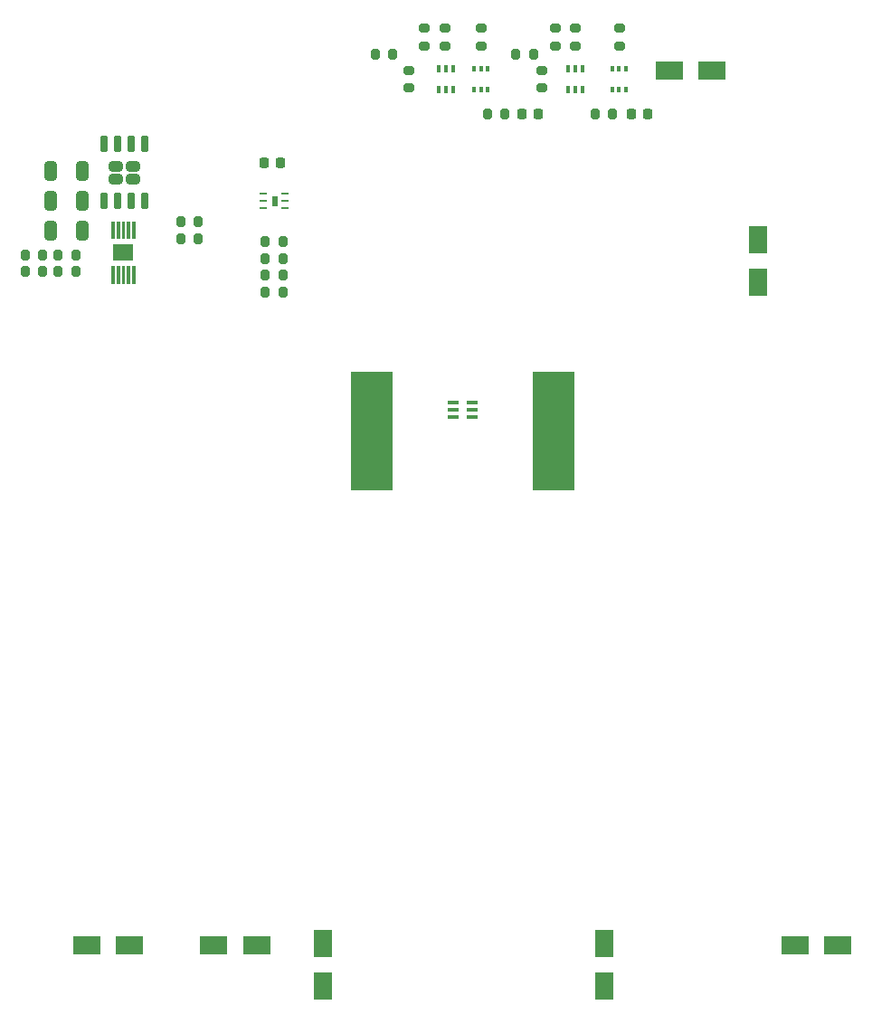
<source format=gtp>
%TF.GenerationSoftware,KiCad,Pcbnew,(6.0.5)*%
%TF.CreationDate,2023-01-23T16:46:34-08:00*%
%TF.ProjectId,Z_Panels,5a5f5061-6e65-46c7-932e-6b696361645f,rev?*%
%TF.SameCoordinates,Original*%
%TF.FileFunction,Paste,Top*%
%TF.FilePolarity,Positive*%
%FSLAX46Y46*%
G04 Gerber Fmt 4.6, Leading zero omitted, Abs format (unit mm)*
G04 Created by KiCad (PCBNEW (6.0.5)) date 2023-01-23 16:46:34*
%MOMM*%
%LPD*%
G01*
G04 APERTURE LIST*
G04 Aperture macros list*
%AMRoundRect*
0 Rectangle with rounded corners*
0 $1 Rounding radius*
0 $2 $3 $4 $5 $6 $7 $8 $9 X,Y pos of 4 corners*
0 Add a 4 corners polygon primitive as box body*
4,1,4,$2,$3,$4,$5,$6,$7,$8,$9,$2,$3,0*
0 Add four circle primitives for the rounded corners*
1,1,$1+$1,$2,$3*
1,1,$1+$1,$4,$5*
1,1,$1+$1,$6,$7*
1,1,$1+$1,$8,$9*
0 Add four rect primitives between the rounded corners*
20,1,$1+$1,$2,$3,$4,$5,0*
20,1,$1+$1,$4,$5,$6,$7,0*
20,1,$1+$1,$6,$7,$8,$9,0*
20,1,$1+$1,$8,$9,$2,$3,0*%
G04 Aperture macros list end*
%ADD10C,0.010000*%
%ADD11R,1.700000X2.500000*%
%ADD12RoundRect,0.200000X0.200000X0.275000X-0.200000X0.275000X-0.200000X-0.275000X0.200000X-0.275000X0*%
%ADD13R,2.500000X1.700000*%
%ADD14RoundRect,0.200000X-0.200000X-0.275000X0.200000X-0.275000X0.200000X0.275000X-0.200000X0.275000X0*%
%ADD15RoundRect,0.200000X0.275000X-0.200000X0.275000X0.200000X-0.275000X0.200000X-0.275000X-0.200000X0*%
%ADD16R,1.880000X1.570000*%
%ADD17RoundRect,0.200000X-0.275000X0.200000X-0.275000X-0.200000X0.275000X-0.200000X0.275000X0.200000X0*%
%ADD18RoundRect,0.250000X-0.325000X-0.650000X0.325000X-0.650000X0.325000X0.650000X-0.325000X0.650000X0*%
%ADD19R,0.400000X0.600000*%
%ADD20R,0.740000X0.270000*%
%ADD21R,0.400000X0.650000*%
%ADD22RoundRect,0.225000X-0.225000X-0.250000X0.225000X-0.250000X0.225000X0.250000X-0.225000X0.250000X0*%
%ADD23R,4.000000X11.000000*%
%ADD24R,4.000000X1.000000*%
%ADD25RoundRect,0.242500X0.402500X-0.242500X0.402500X0.242500X-0.402500X0.242500X-0.402500X-0.242500X0*%
%ADD26RoundRect,0.150000X0.150000X-0.650000X0.150000X0.650000X-0.150000X0.650000X-0.150000X-0.650000X0*%
%ADD27R,1.000000X0.350000*%
G04 APERTURE END LIST*
G36*
X151465000Y-65087500D02*
G01*
X151215000Y-65087500D01*
X151215000Y-63537500D01*
X151465000Y-63537500D01*
X151465000Y-65087500D01*
G37*
D10*
X151465000Y-65087500D02*
X151215000Y-65087500D01*
X151215000Y-63537500D01*
X151465000Y-63537500D01*
X151465000Y-65087500D01*
G36*
X150965000Y-65087500D02*
G01*
X150715000Y-65087500D01*
X150715000Y-63537500D01*
X150965000Y-63537500D01*
X150965000Y-65087500D01*
G37*
X150965000Y-65087500D02*
X150715000Y-65087500D01*
X150715000Y-63537500D01*
X150965000Y-63537500D01*
X150965000Y-65087500D01*
G36*
X151965000Y-65087500D02*
G01*
X151715000Y-65087500D01*
X151715000Y-63537500D01*
X151965000Y-63537500D01*
X151965000Y-65087500D01*
G37*
X151965000Y-65087500D02*
X151715000Y-65087500D01*
X151715000Y-63537500D01*
X151965000Y-63537500D01*
X151965000Y-65087500D01*
G36*
X151965000Y-60887500D02*
G01*
X151715000Y-60887500D01*
X151715000Y-59337500D01*
X151965000Y-59337500D01*
X151965000Y-60887500D01*
G37*
X151965000Y-60887500D02*
X151715000Y-60887500D01*
X151715000Y-59337500D01*
X151965000Y-59337500D01*
X151965000Y-60887500D01*
G36*
X150465000Y-60887500D02*
G01*
X150215000Y-60887500D01*
X150215000Y-59337500D01*
X150465000Y-59337500D01*
X150465000Y-60887500D01*
G37*
X150465000Y-60887500D02*
X150215000Y-60887500D01*
X150215000Y-59337500D01*
X150465000Y-59337500D01*
X150465000Y-60887500D01*
G36*
X151465000Y-60887500D02*
G01*
X151215000Y-60887500D01*
X151215000Y-59337500D01*
X151465000Y-59337500D01*
X151465000Y-60887500D01*
G37*
X151465000Y-60887500D02*
X151215000Y-60887500D01*
X151215000Y-59337500D01*
X151465000Y-59337500D01*
X151465000Y-60887500D01*
G36*
X149965000Y-65087500D02*
G01*
X149715000Y-65087500D01*
X149715000Y-63537500D01*
X149965000Y-63537500D01*
X149965000Y-65087500D01*
G37*
X149965000Y-65087500D02*
X149715000Y-65087500D01*
X149715000Y-63537500D01*
X149965000Y-63537500D01*
X149965000Y-65087500D01*
G36*
X149965000Y-60887500D02*
G01*
X149715000Y-60887500D01*
X149715000Y-59337500D01*
X149965000Y-59337500D01*
X149965000Y-60887500D01*
G37*
X149965000Y-60887500D02*
X149715000Y-60887500D01*
X149715000Y-59337500D01*
X149965000Y-59337500D01*
X149965000Y-60887500D01*
G36*
X150965000Y-60887500D02*
G01*
X150715000Y-60887500D01*
X150715000Y-59337500D01*
X150965000Y-59337500D01*
X150965000Y-60887500D01*
G37*
X150965000Y-60887500D02*
X150715000Y-60887500D01*
X150715000Y-59337500D01*
X150965000Y-59337500D01*
X150965000Y-60887500D01*
G36*
X150465000Y-65087500D02*
G01*
X150215000Y-65087500D01*
X150215000Y-63537500D01*
X150465000Y-63537500D01*
X150465000Y-65087500D01*
G37*
X150465000Y-65087500D02*
X150215000Y-65087500D01*
X150215000Y-63537500D01*
X150465000Y-63537500D01*
X150465000Y-65087500D01*
G36*
X165200000Y-57840000D02*
G01*
X164780000Y-57840000D01*
X164780000Y-56980000D01*
X165200000Y-56980000D01*
X165200000Y-57840000D01*
G37*
X165200000Y-57840000D02*
X164780000Y-57840000D01*
X164780000Y-56980000D01*
X165200000Y-56980000D01*
X165200000Y-57840000D01*
D11*
X210280000Y-61060000D03*
X210280000Y-65060000D03*
D12*
X186608000Y-49246000D03*
X184958000Y-49246000D03*
D13*
X159340000Y-127120000D03*
X163340000Y-127120000D03*
D14*
X141669000Y-64008000D03*
X143319000Y-64008000D03*
D12*
X165795000Y-64390000D03*
X164145000Y-64390000D03*
D15*
X184393000Y-42911000D03*
X184393000Y-41261000D03*
D16*
X150840000Y-62212500D03*
D17*
X193163000Y-41261000D03*
X193163000Y-42911000D03*
D14*
X174463000Y-43666000D03*
X176113000Y-43666000D03*
X156245000Y-60980000D03*
X157895000Y-60980000D03*
D12*
X165805000Y-62800000D03*
X164155000Y-62800000D03*
D15*
X190073000Y-46831000D03*
X190073000Y-45181000D03*
D18*
X144067000Y-60198000D03*
X147017000Y-60198000D03*
D14*
X144780000Y-64008000D03*
X146430000Y-64008000D03*
D12*
X165795000Y-65990000D03*
X164145000Y-65990000D03*
D19*
X196623000Y-46986000D03*
X197273000Y-46986000D03*
X197923000Y-46986000D03*
X197923000Y-45086000D03*
X197273000Y-45086000D03*
X196623000Y-45086000D03*
D14*
X187598000Y-43666000D03*
X189248000Y-43666000D03*
D18*
X144067000Y-54610000D03*
X147017000Y-54610000D03*
D14*
X141669000Y-62484000D03*
X143319000Y-62484000D03*
D13*
X201962000Y-45212000D03*
X205962000Y-45212000D03*
D12*
X165795000Y-61230000D03*
X164145000Y-61230000D03*
D14*
X144780000Y-62484000D03*
X146430000Y-62484000D03*
D15*
X179063000Y-42891000D03*
X179063000Y-41241000D03*
D20*
X163995000Y-56760000D03*
X163995000Y-57410000D03*
X163995000Y-58060000D03*
X165985000Y-58060000D03*
X165985000Y-57410000D03*
X165985000Y-56760000D03*
D21*
X180423000Y-46986000D03*
X181073000Y-46986000D03*
X181723000Y-46986000D03*
X181723000Y-45086000D03*
X181073000Y-45086000D03*
X180423000Y-45086000D03*
D22*
X188188000Y-49276000D03*
X189738000Y-49276000D03*
D19*
X184983000Y-45086000D03*
X184333000Y-45086000D03*
X183683000Y-45086000D03*
X183683000Y-46986000D03*
X184333000Y-46986000D03*
X184983000Y-46986000D03*
D23*
X191166000Y-78994000D03*
D24*
X191166000Y-73914000D03*
D23*
X174086000Y-78994000D03*
D24*
X174086000Y-73914000D03*
D18*
X144067000Y-57404000D03*
X147017000Y-57404000D03*
D17*
X177593000Y-45181000D03*
X177593000Y-46831000D03*
D13*
X147470000Y-127120000D03*
X151470000Y-127120000D03*
D25*
X150170000Y-55350000D03*
X151770000Y-54150000D03*
X151770000Y-55350000D03*
X150170000Y-54150000D03*
D26*
X149065000Y-57400000D03*
X150335000Y-57400000D03*
X151605000Y-57400000D03*
X152875000Y-57400000D03*
X152875000Y-52100000D03*
X151605000Y-52100000D03*
X150335000Y-52100000D03*
X149065000Y-52100000D03*
D13*
X213740000Y-127120000D03*
X217740000Y-127120000D03*
D15*
X191273000Y-42901000D03*
X191273000Y-41251000D03*
D22*
X198398000Y-49266000D03*
X199948000Y-49266000D03*
D14*
X156245000Y-59390000D03*
X157895000Y-59390000D03*
D12*
X196658000Y-49266000D03*
X195008000Y-49266000D03*
D15*
X197283000Y-42911000D03*
X197283000Y-41261000D03*
D27*
X183526000Y-77612000D03*
X183526000Y-76962000D03*
X183526000Y-76312000D03*
X181726000Y-76312000D03*
X181726000Y-76962000D03*
X181726000Y-77612000D03*
D11*
X169510000Y-126920000D03*
X169510000Y-130920000D03*
D21*
X192513000Y-46986000D03*
X193163000Y-46986000D03*
X193813000Y-46986000D03*
X193813000Y-45086000D03*
X193163000Y-45086000D03*
X192513000Y-45086000D03*
D11*
X195860000Y-130900000D03*
X195860000Y-126900000D03*
D22*
X164055000Y-53860000D03*
X165605000Y-53860000D03*
D17*
X180983000Y-41261000D03*
X180983000Y-42911000D03*
M02*

</source>
